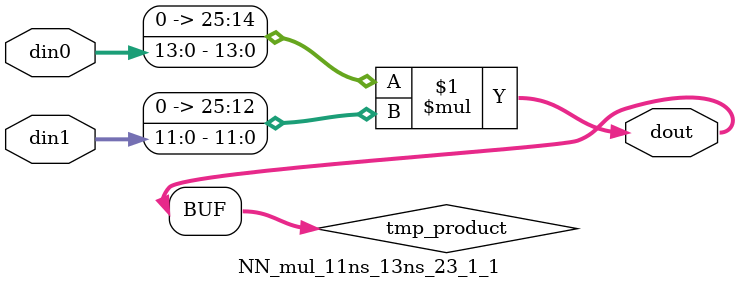
<source format=v>

`timescale 1 ns / 1 ps

 module NN_mul_11ns_13ns_23_1_1(din0, din1, dout);
parameter ID = 1;
parameter NUM_STAGE = 0;
parameter din0_WIDTH = 14;
parameter din1_WIDTH = 12;
parameter dout_WIDTH = 26;

input [din0_WIDTH - 1 : 0] din0; 
input [din1_WIDTH - 1 : 0] din1; 
output [dout_WIDTH - 1 : 0] dout;

wire signed [dout_WIDTH - 1 : 0] tmp_product;
























assign tmp_product = $signed({1'b0, din0}) * $signed({1'b0, din1});











assign dout = tmp_product;





















endmodule

</source>
